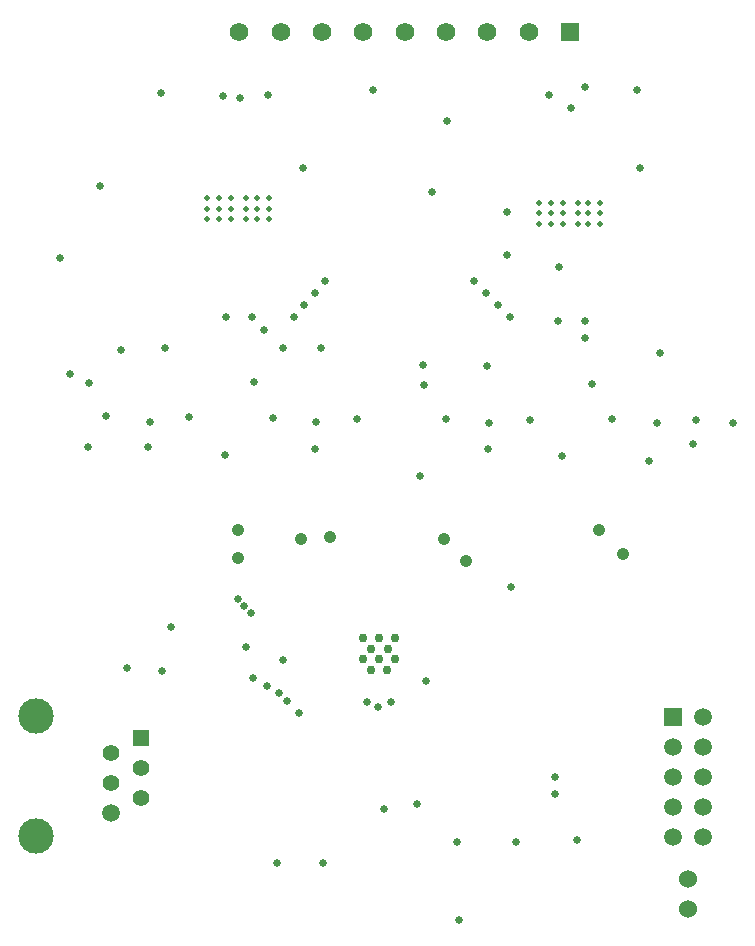
<source format=gbs>
%FSTAX23Y23*%
%MOIN*%
%SFA1B1*%

%IPPOS*%
%ADD53C,0.061700*%
%ADD54R,0.061700X0.061700*%
%ADD55C,0.030000*%
%ADD56R,0.059100X0.059100*%
%ADD57C,0.059100*%
%ADD58C,0.020000*%
%ADD59C,0.055100*%
%ADD60C,0.118100*%
%ADD61R,0.055100X0.055100*%
%ADD62C,0.026000*%
%ADD63C,0.060000*%
%ADD64C,0.042000*%
G54D53*
X01592Y0377D03*
X0173D03*
X01867D03*
X02005D03*
X02143D03*
X01454D03*
X01316D03*
X01178D03*
G54D54*
X02281Y0377D03*
G54D55*
X01645Y01748D03*
X01592D03*
X01698D03*
X01592Y01678D03*
X01618Y01713D03*
X01617Y01643D03*
X01671D03*
X01674Y01713D03*
X01645Y01678D03*
X01697D03*
G54D56*
X02625Y01485D03*
G54D57*
X02725Y01485D03*
X02625Y01385D03*
X02725D03*
X02625Y01285D03*
X02725D03*
X02625Y01185D03*
X02725D03*
X02625Y01085D03*
X02725D03*
X0075Y01165D03*
G54D58*
X02177Y03129D03*
X02217D03*
X02257D03*
X02177Y03199D03*
Y03164D03*
X02217Y03199D03*
Y03164D03*
X02257D03*
Y03199D03*
X02307Y03129D03*
Y03199D03*
Y03164D03*
X02342Y03199D03*
Y03164D03*
Y03129D03*
X02382D03*
Y03164D03*
Y03199D03*
X01277Y03214D03*
Y03179D03*
Y03144D03*
X01237D03*
Y03179D03*
Y03214D03*
X01202Y03179D03*
Y03214D03*
Y03144D03*
X01152Y03214D03*
Y03179D03*
X01112D03*
Y03214D03*
X01072Y03179D03*
Y03214D03*
X01152Y03144D03*
X01112D03*
X01072D03*
G54D59*
X0075Y01365D03*
X0085Y01215D03*
X0075Y01265D03*
X0085Y01315D03*
G54D60*
X005Y01489D03*
Y01089D03*
G54D61*
X0085Y01415D03*
G54D62*
X0126Y02775D03*
X00615Y0263D03*
X0058Y03015D03*
X01275Y0356D03*
X01125Y03555D03*
X0139Y03315D03*
X02825Y02465D03*
X02701Y02476D03*
X02422Y02477D03*
X02146Y02475D03*
X01867Y02479D03*
X0157Y0248D03*
X01291Y02482D03*
X0101Y02485D03*
X00735Y0249D03*
X0208Y0282D03*
X0204Y0286D03*
X02Y029D03*
X0196Y0294D03*
X0136Y0282D03*
X01395Y0286D03*
X0143Y029D03*
X01465Y0294D03*
X01223Y01614D03*
X0207Y03168D03*
X02285Y03515D03*
X02505Y03575D03*
X02243Y02985D03*
X0207Y03025D03*
X0258Y027D03*
X02005Y02655D03*
X0179Y0266D03*
X01794Y02593D03*
X00785Y0271D03*
X0093Y02715D03*
X0145D03*
X01325D03*
Y01675D03*
X01272Y0159D03*
X0223Y01285D03*
Y0123D03*
X0177Y01195D03*
X0233Y02748D03*
X0191Y0081D03*
X02305Y01075D03*
X01905Y0107D03*
X021D03*
X0118Y0355D03*
X0233Y02805D03*
X0224D03*
X0122Y0282D03*
X01135D03*
X01871Y03471D03*
X0221Y0356D03*
X0095Y01785D03*
X00916Y03566D03*
X01625Y03575D03*
X02545Y0234D03*
X00875Y02385D03*
X0143Y0238D03*
X02006Y02378D03*
X0269Y02395D03*
X018Y01605D03*
X02085Y0192D03*
X0166Y0118D03*
X01378Y01498D03*
X01338Y01538D03*
X0092Y0164D03*
X00805Y0165D03*
X01173Y01877D03*
X01195Y01855D03*
X012Y0172D03*
X01218Y01832D03*
X0131Y01565D03*
X01605Y01535D03*
X01685D03*
X0164Y0152D03*
X01305Y01D03*
X01459D03*
X02515Y03315D03*
X0178Y0229D03*
X0182Y03235D03*
X00715Y03255D03*
X0233Y03585D03*
X01435Y0247D03*
X00678Y026D03*
X00673Y02386D03*
X0113Y0236D03*
X02254Y02354D03*
X0088Y0247D03*
X0201Y02465D03*
X0257D03*
X02354Y02594D03*
X01229Y02603D03*
G54D63*
X02675Y00945D03*
Y00845D03*
G54D64*
X01384Y0208D03*
X02457Y02027D03*
X02377Y02107D03*
X01862Y02077D03*
X01935Y02006D03*
X0148Y02085D03*
X01175Y02015D03*
Y0211D03*
M02*
</source>
